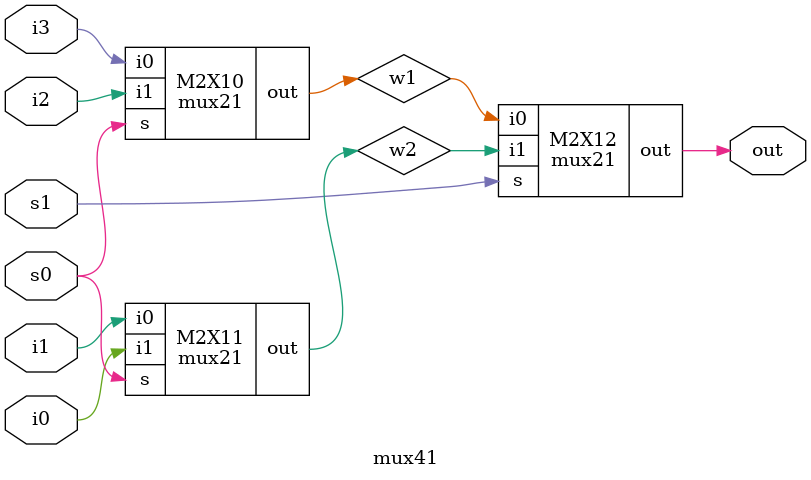
<source format=v>
`timescale 1ns / 1ps

module mux21(out,i0,i1,s);
   input i0,i1,s;
   output reg out;
   always@*
   begin
   if(s==0)
   out=i0;
   else
   out=i1;
   end
endmodule
module mux41(out,i3,i2,i1,i0,s1,s0);
input i3,i2,i1,i0,s1,s0;
output out;
wire w1,w2;
mux21 M2X10(w1,i3,i2,s0);
mux21 M2X11(w2,i1,i0,s0);
mux21 M2X12(out,w1,w2,s1);
endmodule

</source>
